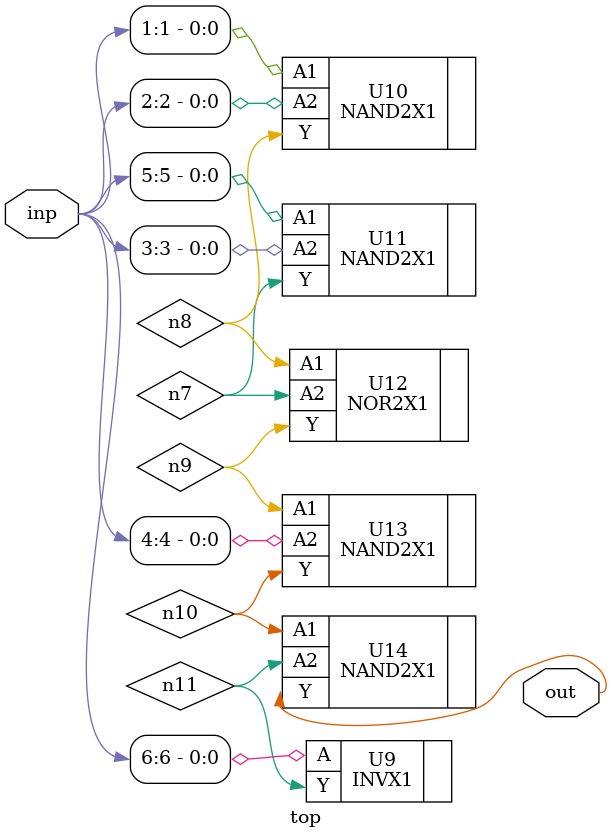
<source format=sv>


module top ( inp, out );
  input [6:0] inp;
  output out;
  wire   n7, n8, n9, n10, n11;

  INVX1 U9 ( .A(inp[6]), .Y(n11) );
  NAND2X1 U10 ( .A1(inp[1]), .A2(inp[2]), .Y(n8) );
  NAND2X1 U11 ( .A1(inp[5]), .A2(inp[3]), .Y(n7) );
  NOR2X1 U12 ( .A1(n8), .A2(n7), .Y(n9) );
  NAND2X1 U13 ( .A1(n9), .A2(inp[4]), .Y(n10) );
  NAND2X1 U14 ( .A1(n10), .A2(n11), .Y(out) );
endmodule


</source>
